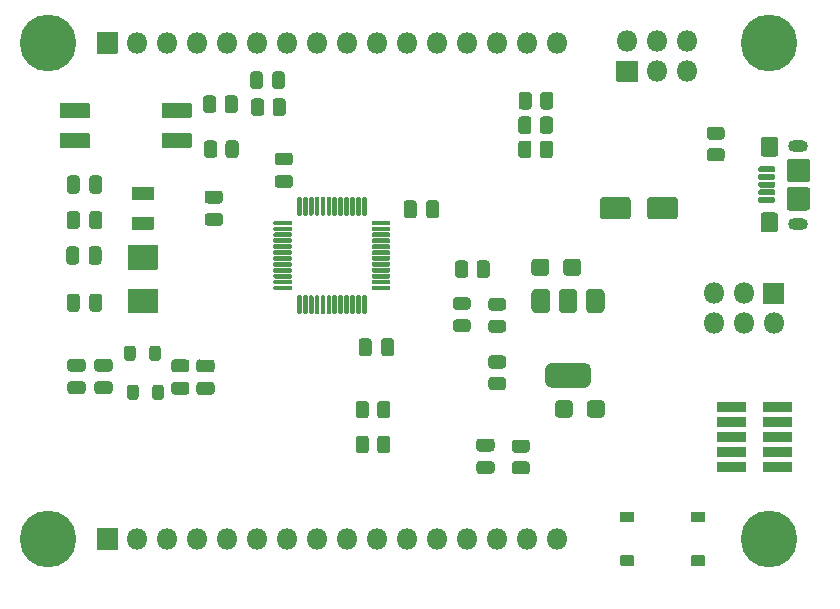
<source format=gbr>
G04 #@! TF.GenerationSoftware,KiCad,Pcbnew,8.0.3+1*
G04 #@! TF.CreationDate,2024-08-19T09:37:56+00:00*
G04 #@! TF.ProjectId,STM32103_Devel,53544d33-3231-4303-935f-446576656c2e,0.0.3*
G04 #@! TF.SameCoordinates,Original*
G04 #@! TF.FileFunction,Soldermask,Top*
G04 #@! TF.FilePolarity,Negative*
%FSLAX46Y46*%
G04 Gerber Fmt 4.6, Leading zero omitted, Abs format (unit mm)*
G04 Created by KiCad (PCBNEW 8.0.3+1) date 2024-08-19 09:37:56*
%MOMM*%
%LPD*%
G01*
G04 APERTURE LIST*
%ADD10C,4.800000*%
%ADD11O,1.700000X1.000000*%
%ADD12O,1.800000X1.800000*%
G04 APERTURE END LIST*
D10*
X165000000Y-116000000D03*
X165000000Y-74000000D03*
X104000000Y-74000000D03*
X104000000Y-116000000D03*
G36*
G01*
X110800000Y-91100000D02*
X113200000Y-91100000D01*
G75*
G02*
X113250000Y-91150000I0J-50000D01*
G01*
X113250000Y-93150000D01*
G75*
G02*
X113200000Y-93200000I-50000J0D01*
G01*
X110800000Y-93200000D01*
G75*
G02*
X110750000Y-93150000I0J50000D01*
G01*
X110750000Y-91150000D01*
G75*
G02*
X110800000Y-91100000I50000J0D01*
G01*
G37*
G36*
G01*
X110800000Y-94800000D02*
X113200000Y-94800000D01*
G75*
G02*
X113250000Y-94850000I0J-50000D01*
G01*
X113250000Y-96850000D01*
G75*
G02*
X113200000Y-96900000I-50000J0D01*
G01*
X110800000Y-96900000D01*
G75*
G02*
X110750000Y-96850000I0J50000D01*
G01*
X110750000Y-94850000D01*
G75*
G02*
X110800000Y-94800000I50000J0D01*
G01*
G37*
G36*
G01*
X121157000Y-79921610D02*
X121157000Y-78970390D01*
G75*
G02*
X121431390Y-78696000I274390J0D01*
G01*
X122007610Y-78696000D01*
G75*
G02*
X122282000Y-78970390I0J-274390D01*
G01*
X122282000Y-79921610D01*
G75*
G02*
X122007610Y-80196000I-274390J0D01*
G01*
X121431390Y-80196000D01*
G75*
G02*
X121157000Y-79921610I0J274390D01*
G01*
G37*
G36*
G01*
X122982000Y-79921610D02*
X122982000Y-78970390D01*
G75*
G02*
X123256390Y-78696000I274390J0D01*
G01*
X123832610Y-78696000D01*
G75*
G02*
X124107000Y-78970390I0J-274390D01*
G01*
X124107000Y-79921610D01*
G75*
G02*
X123832610Y-80196000I-274390J0D01*
G01*
X123256390Y-80196000D01*
G75*
G02*
X122982000Y-79921610I0J274390D01*
G01*
G37*
G36*
G01*
X111100000Y-88700000D02*
X112900000Y-88700000D01*
G75*
G02*
X112950000Y-88750000I0J-50000D01*
G01*
X112950000Y-89750000D01*
G75*
G02*
X112900000Y-89800000I-50000J0D01*
G01*
X111100000Y-89800000D01*
G75*
G02*
X111050000Y-89750000I0J50000D01*
G01*
X111050000Y-88750000D01*
G75*
G02*
X111100000Y-88700000I50000J0D01*
G01*
G37*
G36*
G01*
X111100000Y-86200000D02*
X112900000Y-86200000D01*
G75*
G02*
X112950000Y-86250000I0J-50000D01*
G01*
X112950000Y-87250000D01*
G75*
G02*
X112900000Y-87300000I-50000J0D01*
G01*
X111100000Y-87300000D01*
G75*
G02*
X111050000Y-87250000I0J50000D01*
G01*
X111050000Y-86250000D01*
G75*
G02*
X111100000Y-86200000I50000J0D01*
G01*
G37*
G36*
G01*
X146900000Y-105456482D02*
X146900000Y-104543518D01*
G75*
G02*
X147168518Y-104275000I268518J0D01*
G01*
X148131482Y-104275000D01*
G75*
G02*
X148400000Y-104543518I0J-268518D01*
G01*
X148400000Y-105456482D01*
G75*
G02*
X148131482Y-105725000I-268518J0D01*
G01*
X147168518Y-105725000D01*
G75*
G02*
X146900000Y-105456482I0J268518D01*
G01*
G37*
G36*
G01*
X149600000Y-105456482D02*
X149600000Y-104543518D01*
G75*
G02*
X149868518Y-104275000I268518J0D01*
G01*
X150831482Y-104275000D01*
G75*
G02*
X151100000Y-104543518I0J-268518D01*
G01*
X151100000Y-105456482D01*
G75*
G02*
X150831482Y-105725000I-268518J0D01*
G01*
X149868518Y-105725000D01*
G75*
G02*
X149600000Y-105456482I0J268518D01*
G01*
G37*
G36*
G01*
X115674000Y-103800500D02*
X114674000Y-103800500D01*
G75*
G02*
X114399000Y-103525500I0J275000D01*
G01*
X114399000Y-102975500D01*
G75*
G02*
X114674000Y-102700500I275000J0D01*
G01*
X115674000Y-102700500D01*
G75*
G02*
X115949000Y-102975500I0J-275000D01*
G01*
X115949000Y-103525500D01*
G75*
G02*
X115674000Y-103800500I-275000J0D01*
G01*
G37*
G36*
G01*
X115674000Y-101900500D02*
X114674000Y-101900500D01*
G75*
G02*
X114399000Y-101625500I0J275000D01*
G01*
X114399000Y-101075500D01*
G75*
G02*
X114674000Y-100800500I275000J0D01*
G01*
X115674000Y-100800500D01*
G75*
G02*
X115949000Y-101075500I0J-275000D01*
G01*
X115949000Y-101625500D01*
G75*
G02*
X115674000Y-101900500I-275000J0D01*
G01*
G37*
G36*
G01*
X108562500Y-85500000D02*
X108562500Y-86500000D01*
G75*
G02*
X108287500Y-86775000I-275000J0D01*
G01*
X107737500Y-86775000D01*
G75*
G02*
X107462500Y-86500000I0J275000D01*
G01*
X107462500Y-85500000D01*
G75*
G02*
X107737500Y-85225000I275000J0D01*
G01*
X108287500Y-85225000D01*
G75*
G02*
X108562500Y-85500000I0J-275000D01*
G01*
G37*
G36*
G01*
X106662500Y-85500000D02*
X106662500Y-86500000D01*
G75*
G02*
X106387500Y-86775000I-275000J0D01*
G01*
X105837500Y-86775000D01*
G75*
G02*
X105562500Y-86500000I0J275000D01*
G01*
X105562500Y-85500000D01*
G75*
G02*
X105837500Y-85225000I275000J0D01*
G01*
X106387500Y-85225000D01*
G75*
G02*
X106662500Y-85500000I0J-275000D01*
G01*
G37*
G36*
G01*
X117500000Y-86500000D02*
X118500000Y-86500000D01*
G75*
G02*
X118775000Y-86775000I0J-275000D01*
G01*
X118775000Y-87325000D01*
G75*
G02*
X118500000Y-87600000I-275000J0D01*
G01*
X117500000Y-87600000D01*
G75*
G02*
X117225000Y-87325000I0J275000D01*
G01*
X117225000Y-86775000D01*
G75*
G02*
X117500000Y-86500000I275000J0D01*
G01*
G37*
G36*
G01*
X117500000Y-88400000D02*
X118500000Y-88400000D01*
G75*
G02*
X118775000Y-88675000I0J-275000D01*
G01*
X118775000Y-89225000D01*
G75*
G02*
X118500000Y-89500000I-275000J0D01*
G01*
X117500000Y-89500000D01*
G75*
G02*
X117225000Y-89225000I0J275000D01*
G01*
X117225000Y-88675000D01*
G75*
G02*
X117500000Y-88400000I275000J0D01*
G01*
G37*
G36*
G01*
X141379000Y-92686390D02*
X141379000Y-93637610D01*
G75*
G02*
X141104610Y-93912000I-274390J0D01*
G01*
X140528390Y-93912000D01*
G75*
G02*
X140254000Y-93637610I0J274390D01*
G01*
X140254000Y-92686390D01*
G75*
G02*
X140528390Y-92412000I274390J0D01*
G01*
X141104610Y-92412000D01*
G75*
G02*
X141379000Y-92686390I0J-274390D01*
G01*
G37*
G36*
G01*
X139554000Y-92686390D02*
X139554000Y-93637610D01*
G75*
G02*
X139279610Y-93912000I-274390J0D01*
G01*
X138703390Y-93912000D01*
G75*
G02*
X138429000Y-93637610I0J274390D01*
G01*
X138429000Y-92686390D01*
G75*
G02*
X138703390Y-92412000I274390J0D01*
G01*
X139279610Y-92412000D01*
G75*
G02*
X139554000Y-92686390I0J-274390D01*
G01*
G37*
G36*
G01*
X133276000Y-99266000D02*
X133276000Y-100266000D01*
G75*
G02*
X133001000Y-100541000I-275000J0D01*
G01*
X132451000Y-100541000D01*
G75*
G02*
X132176000Y-100266000I0J275000D01*
G01*
X132176000Y-99266000D01*
G75*
G02*
X132451000Y-98991000I275000J0D01*
G01*
X133001000Y-98991000D01*
G75*
G02*
X133276000Y-99266000I0J-275000D01*
G01*
G37*
G36*
G01*
X131376000Y-99266000D02*
X131376000Y-100266000D01*
G75*
G02*
X131101000Y-100541000I-275000J0D01*
G01*
X130551000Y-100541000D01*
G75*
G02*
X130276000Y-100266000I0J275000D01*
G01*
X130276000Y-99266000D01*
G75*
G02*
X130551000Y-98991000I275000J0D01*
G01*
X131101000Y-98991000D01*
G75*
G02*
X131376000Y-99266000I0J-275000D01*
G01*
G37*
G36*
G01*
X106876000Y-103738000D02*
X105876000Y-103738000D01*
G75*
G02*
X105601000Y-103463000I0J275000D01*
G01*
X105601000Y-102913000D01*
G75*
G02*
X105876000Y-102638000I275000J0D01*
G01*
X106876000Y-102638000D01*
G75*
G02*
X107151000Y-102913000I0J-275000D01*
G01*
X107151000Y-103463000D01*
G75*
G02*
X106876000Y-103738000I-275000J0D01*
G01*
G37*
G36*
G01*
X106876000Y-101838000D02*
X105876000Y-101838000D01*
G75*
G02*
X105601000Y-101563000I0J275000D01*
G01*
X105601000Y-101013000D01*
G75*
G02*
X105876000Y-100738000I275000J0D01*
G01*
X106876000Y-100738000D01*
G75*
G02*
X107151000Y-101013000I0J-275000D01*
G01*
X107151000Y-101563000D01*
G75*
G02*
X106876000Y-101838000I-275000J0D01*
G01*
G37*
G36*
G01*
X160975610Y-84037500D02*
X160024390Y-84037500D01*
G75*
G02*
X159750000Y-83763110I0J274390D01*
G01*
X159750000Y-83186890D01*
G75*
G02*
X160024390Y-82912500I274390J0D01*
G01*
X160975610Y-82912500D01*
G75*
G02*
X161250000Y-83186890I0J-274390D01*
G01*
X161250000Y-83763110D01*
G75*
G02*
X160975610Y-84037500I-274390J0D01*
G01*
G37*
G36*
G01*
X160975610Y-82212500D02*
X160024390Y-82212500D01*
G75*
G02*
X159750000Y-81938110I0J274390D01*
G01*
X159750000Y-81361890D01*
G75*
G02*
X160024390Y-81087500I274390J0D01*
G01*
X160975610Y-81087500D01*
G75*
G02*
X161250000Y-81361890I0J-274390D01*
G01*
X161250000Y-81938110D01*
G75*
G02*
X160975610Y-82212500I-274390J0D01*
G01*
G37*
G36*
G01*
X143524390Y-107587500D02*
X144475610Y-107587500D01*
G75*
G02*
X144750000Y-107861890I0J-274390D01*
G01*
X144750000Y-108438110D01*
G75*
G02*
X144475610Y-108712500I-274390J0D01*
G01*
X143524390Y-108712500D01*
G75*
G02*
X143250000Y-108438110I0J274390D01*
G01*
X143250000Y-107861890D01*
G75*
G02*
X143524390Y-107587500I274390J0D01*
G01*
G37*
G36*
G01*
X143524390Y-109412500D02*
X144475610Y-109412500D01*
G75*
G02*
X144750000Y-109686890I0J-274390D01*
G01*
X144750000Y-110263110D01*
G75*
G02*
X144475610Y-110537500I-274390J0D01*
G01*
X143524390Y-110537500D01*
G75*
G02*
X143250000Y-110263110I0J274390D01*
G01*
X143250000Y-109686890D01*
G75*
G02*
X143524390Y-109412500I274390J0D01*
G01*
G37*
G36*
G01*
X141518750Y-95587500D02*
X142481250Y-95587500D01*
G75*
G02*
X142750000Y-95856250I0J-268750D01*
G01*
X142750000Y-96393750D01*
G75*
G02*
X142481250Y-96662500I-268750J0D01*
G01*
X141518750Y-96662500D01*
G75*
G02*
X141250000Y-96393750I0J268750D01*
G01*
X141250000Y-95856250D01*
G75*
G02*
X141518750Y-95587500I268750J0D01*
G01*
G37*
G36*
G01*
X141518750Y-97462500D02*
X142481250Y-97462500D01*
G75*
G02*
X142750000Y-97731250I0J-268750D01*
G01*
X142750000Y-98268750D01*
G75*
G02*
X142481250Y-98537500I-268750J0D01*
G01*
X141518750Y-98537500D01*
G75*
G02*
X141250000Y-98268750I0J268750D01*
G01*
X141250000Y-97731250D01*
G75*
G02*
X141518750Y-97462500I268750J0D01*
G01*
G37*
G36*
G01*
X142475610Y-103412500D02*
X141524390Y-103412500D01*
G75*
G02*
X141250000Y-103138110I0J274390D01*
G01*
X141250000Y-102561890D01*
G75*
G02*
X141524390Y-102287500I274390J0D01*
G01*
X142475610Y-102287500D01*
G75*
G02*
X142750000Y-102561890I0J-274390D01*
G01*
X142750000Y-103138110D01*
G75*
G02*
X142475610Y-103412500I-274390J0D01*
G01*
G37*
G36*
G01*
X142475610Y-101587500D02*
X141524390Y-101587500D01*
G75*
G02*
X141250000Y-101313110I0J274390D01*
G01*
X141250000Y-100736890D01*
G75*
G02*
X141524390Y-100462500I274390J0D01*
G01*
X142475610Y-100462500D01*
G75*
G02*
X142750000Y-100736890I0J-274390D01*
G01*
X142750000Y-101313110D01*
G75*
G02*
X142475610Y-101587500I-274390J0D01*
G01*
G37*
G36*
G01*
X120043000Y-78716390D02*
X120043000Y-79667610D01*
G75*
G02*
X119768610Y-79942000I-274390J0D01*
G01*
X119192390Y-79942000D01*
G75*
G02*
X118918000Y-79667610I0J274390D01*
G01*
X118918000Y-78716390D01*
G75*
G02*
X119192390Y-78442000I274390J0D01*
G01*
X119768610Y-78442000D01*
G75*
G02*
X120043000Y-78716390I0J-274390D01*
G01*
G37*
G36*
G01*
X118218000Y-78716390D02*
X118218000Y-79667610D01*
G75*
G02*
X117943610Y-79942000I-274390J0D01*
G01*
X117367390Y-79942000D01*
G75*
G02*
X117093000Y-79667610I0J274390D01*
G01*
X117093000Y-78716390D01*
G75*
G02*
X117367390Y-78442000I274390J0D01*
G01*
X117943610Y-78442000D01*
G75*
G02*
X118218000Y-78716390I0J-274390D01*
G01*
G37*
G36*
G01*
X149900000Y-94800000D02*
X150700000Y-94800000D01*
G75*
G02*
X151100000Y-95200000I0J-400000D01*
G01*
X151100000Y-96500000D01*
G75*
G02*
X150700000Y-96900000I-400000J0D01*
G01*
X149900000Y-96900000D01*
G75*
G02*
X149500000Y-96500000I0J400000D01*
G01*
X149500000Y-95200000D01*
G75*
G02*
X149900000Y-94800000I400000J0D01*
G01*
G37*
G36*
G01*
X147600000Y-94800000D02*
X148400000Y-94800000D01*
G75*
G02*
X148800000Y-95200000I0J-400000D01*
G01*
X148800000Y-96500000D01*
G75*
G02*
X148400000Y-96900000I-400000J0D01*
G01*
X147600000Y-96900000D01*
G75*
G02*
X147200000Y-96500000I0J400000D01*
G01*
X147200000Y-95200000D01*
G75*
G02*
X147600000Y-94800000I400000J0D01*
G01*
G37*
G36*
G01*
X146575000Y-101100000D02*
X149425000Y-101100000D01*
G75*
G02*
X149950000Y-101625000I0J-525000D01*
G01*
X149950000Y-102675000D01*
G75*
G02*
X149425000Y-103200000I-525000J0D01*
G01*
X146575000Y-103200000D01*
G75*
G02*
X146050000Y-102675000I0J525000D01*
G01*
X146050000Y-101625000D01*
G75*
G02*
X146575000Y-101100000I525000J0D01*
G01*
G37*
G36*
G01*
X145300000Y-94800000D02*
X146100000Y-94800000D01*
G75*
G02*
X146500000Y-95200000I0J-400000D01*
G01*
X146500000Y-96500000D01*
G75*
G02*
X146100000Y-96900000I-400000J0D01*
G01*
X145300000Y-96900000D01*
G75*
G02*
X144900000Y-96500000I0J400000D01*
G01*
X144900000Y-95200000D01*
G75*
G02*
X145300000Y-94800000I400000J0D01*
G01*
G37*
G36*
G01*
X152398000Y-114500000D02*
X152398000Y-113800000D01*
G75*
G02*
X152500000Y-113698000I102000J0D01*
G01*
X153500000Y-113698000D01*
G75*
G02*
X153602000Y-113800000I0J-102000D01*
G01*
X153602000Y-114500000D01*
G75*
G02*
X153500000Y-114602000I-102000J0D01*
G01*
X152500000Y-114602000D01*
G75*
G02*
X152398000Y-114500000I0J102000D01*
G01*
G37*
G36*
G01*
X158398000Y-114500000D02*
X158398000Y-113800000D01*
G75*
G02*
X158500000Y-113698000I102000J0D01*
G01*
X159500000Y-113698000D01*
G75*
G02*
X159602000Y-113800000I0J-102000D01*
G01*
X159602000Y-114500000D01*
G75*
G02*
X159500000Y-114602000I-102000J0D01*
G01*
X158500000Y-114602000D01*
G75*
G02*
X158398000Y-114500000I0J102000D01*
G01*
G37*
G36*
G01*
X152398000Y-118200000D02*
X152398000Y-117500000D01*
G75*
G02*
X152500000Y-117398000I102000J0D01*
G01*
X153500000Y-117398000D01*
G75*
G02*
X153602000Y-117500000I0J-102000D01*
G01*
X153602000Y-118200000D01*
G75*
G02*
X153500000Y-118302000I-102000J0D01*
G01*
X152500000Y-118302000D01*
G75*
G02*
X152398000Y-118200000I0J102000D01*
G01*
G37*
G36*
G01*
X158398000Y-118200000D02*
X158398000Y-117500000D01*
G75*
G02*
X158500000Y-117398000I102000J0D01*
G01*
X159500000Y-117398000D01*
G75*
G02*
X159602000Y-117500000I0J-102000D01*
G01*
X159602000Y-118200000D01*
G75*
G02*
X159500000Y-118302000I-102000J0D01*
G01*
X158500000Y-118302000D01*
G75*
G02*
X158398000Y-118200000I0J102000D01*
G01*
G37*
G36*
G01*
X120121500Y-82526390D02*
X120121500Y-83477610D01*
G75*
G02*
X119847110Y-83752000I-274390J0D01*
G01*
X119270890Y-83752000D01*
G75*
G02*
X118996500Y-83477610I0J274390D01*
G01*
X118996500Y-82526390D01*
G75*
G02*
X119270890Y-82252000I274390J0D01*
G01*
X119847110Y-82252000D01*
G75*
G02*
X120121500Y-82526390I0J-274390D01*
G01*
G37*
G36*
G01*
X118296500Y-82526390D02*
X118296500Y-83477610D01*
G75*
G02*
X118022110Y-83752000I-274390J0D01*
G01*
X117445890Y-83752000D01*
G75*
G02*
X117171500Y-83477610I0J274390D01*
G01*
X117171500Y-82526390D01*
G75*
G02*
X117445890Y-82252000I274390J0D01*
G01*
X118022110Y-82252000D01*
G75*
G02*
X118296500Y-82526390I0J-274390D01*
G01*
G37*
G36*
G01*
X108562500Y-95500000D02*
X108562500Y-96500000D01*
G75*
G02*
X108287500Y-96775000I-275000J0D01*
G01*
X107737500Y-96775000D01*
G75*
G02*
X107462500Y-96500000I0J275000D01*
G01*
X107462500Y-95500000D01*
G75*
G02*
X107737500Y-95225000I275000J0D01*
G01*
X108287500Y-95225000D01*
G75*
G02*
X108562500Y-95500000I0J-275000D01*
G01*
G37*
G36*
G01*
X106662500Y-95500000D02*
X106662500Y-96500000D01*
G75*
G02*
X106387500Y-96775000I-275000J0D01*
G01*
X105837500Y-96775000D01*
G75*
G02*
X105562500Y-96500000I0J275000D01*
G01*
X105562500Y-95500000D01*
G75*
G02*
X105837500Y-95225000I275000J0D01*
G01*
X106387500Y-95225000D01*
G75*
G02*
X106662500Y-95500000I0J-275000D01*
G01*
G37*
G36*
G01*
X121078500Y-77641250D02*
X121078500Y-76678750D01*
G75*
G02*
X121347250Y-76410000I268750J0D01*
G01*
X121884750Y-76410000D01*
G75*
G02*
X122153500Y-76678750I0J-268750D01*
G01*
X122153500Y-77641250D01*
G75*
G02*
X121884750Y-77910000I-268750J0D01*
G01*
X121347250Y-77910000D01*
G75*
G02*
X121078500Y-77641250I0J268750D01*
G01*
G37*
G36*
G01*
X122953500Y-77641250D02*
X122953500Y-76678750D01*
G75*
G02*
X123222250Y-76410000I268750J0D01*
G01*
X123759750Y-76410000D01*
G75*
G02*
X124028500Y-76678750I0J-268750D01*
G01*
X124028500Y-77641250D01*
G75*
G02*
X123759750Y-77910000I-268750J0D01*
G01*
X123222250Y-77910000D01*
G75*
G02*
X122953500Y-77641250I0J268750D01*
G01*
G37*
G36*
G01*
X143779000Y-81445610D02*
X143779000Y-80494390D01*
G75*
G02*
X144053390Y-80220000I274390J0D01*
G01*
X144629610Y-80220000D01*
G75*
G02*
X144904000Y-80494390I0J-274390D01*
G01*
X144904000Y-81445610D01*
G75*
G02*
X144629610Y-81720000I-274390J0D01*
G01*
X144053390Y-81720000D01*
G75*
G02*
X143779000Y-81445610I0J274390D01*
G01*
G37*
G36*
G01*
X145604000Y-81445610D02*
X145604000Y-80494390D01*
G75*
G02*
X145878390Y-80220000I274390J0D01*
G01*
X146454610Y-80220000D01*
G75*
G02*
X146729000Y-80494390I0J-274390D01*
G01*
X146729000Y-81445610D01*
G75*
G02*
X146454610Y-81720000I-274390J0D01*
G01*
X145878390Y-81720000D01*
G75*
G02*
X145604000Y-81445610I0J274390D01*
G01*
G37*
G36*
G01*
X139481250Y-98475000D02*
X138518750Y-98475000D01*
G75*
G02*
X138250000Y-98206250I0J268750D01*
G01*
X138250000Y-97668750D01*
G75*
G02*
X138518750Y-97400000I268750J0D01*
G01*
X139481250Y-97400000D01*
G75*
G02*
X139750000Y-97668750I0J-268750D01*
G01*
X139750000Y-98206250D01*
G75*
G02*
X139481250Y-98475000I-268750J0D01*
G01*
G37*
G36*
G01*
X139481250Y-96600000D02*
X138518750Y-96600000D01*
G75*
G02*
X138250000Y-96331250I0J268750D01*
G01*
X138250000Y-95793750D01*
G75*
G02*
X138518750Y-95525000I268750J0D01*
G01*
X139481250Y-95525000D01*
G75*
G02*
X139750000Y-95793750I0J-268750D01*
G01*
X139750000Y-96331250D01*
G75*
G02*
X139481250Y-96600000I-268750J0D01*
G01*
G37*
G36*
G01*
X109162000Y-103738000D02*
X108162000Y-103738000D01*
G75*
G02*
X107887000Y-103463000I0J275000D01*
G01*
X107887000Y-102913000D01*
G75*
G02*
X108162000Y-102638000I275000J0D01*
G01*
X109162000Y-102638000D01*
G75*
G02*
X109437000Y-102913000I0J-275000D01*
G01*
X109437000Y-103463000D01*
G75*
G02*
X109162000Y-103738000I-275000J0D01*
G01*
G37*
G36*
G01*
X109162000Y-101838000D02*
X108162000Y-101838000D01*
G75*
G02*
X107887000Y-101563000I0J275000D01*
G01*
X107887000Y-101013000D01*
G75*
G02*
X108162000Y-100738000I275000J0D01*
G01*
X109162000Y-100738000D01*
G75*
G02*
X109437000Y-101013000I0J-275000D01*
G01*
X109437000Y-101563000D01*
G75*
G02*
X109162000Y-101838000I-275000J0D01*
G01*
G37*
G36*
G01*
X123050000Y-89350000D02*
X123050000Y-89150000D01*
G75*
G02*
X123150000Y-89050000I100000J0D01*
G01*
X124525000Y-89050000D01*
G75*
G02*
X124625000Y-89150000I0J-100000D01*
G01*
X124625000Y-89350000D01*
G75*
G02*
X124525000Y-89450000I-100000J0D01*
G01*
X123150000Y-89450000D01*
G75*
G02*
X123050000Y-89350000I0J100000D01*
G01*
G37*
G36*
G01*
X123050000Y-89850000D02*
X123050000Y-89650000D01*
G75*
G02*
X123150000Y-89550000I100000J0D01*
G01*
X124525000Y-89550000D01*
G75*
G02*
X124625000Y-89650000I0J-100000D01*
G01*
X124625000Y-89850000D01*
G75*
G02*
X124525000Y-89950000I-100000J0D01*
G01*
X123150000Y-89950000D01*
G75*
G02*
X123050000Y-89850000I0J100000D01*
G01*
G37*
G36*
G01*
X123050000Y-90350000D02*
X123050000Y-90150000D01*
G75*
G02*
X123150000Y-90050000I100000J0D01*
G01*
X124525000Y-90050000D01*
G75*
G02*
X124625000Y-90150000I0J-100000D01*
G01*
X124625000Y-90350000D01*
G75*
G02*
X124525000Y-90450000I-100000J0D01*
G01*
X123150000Y-90450000D01*
G75*
G02*
X123050000Y-90350000I0J100000D01*
G01*
G37*
G36*
G01*
X123050000Y-90850000D02*
X123050000Y-90650000D01*
G75*
G02*
X123150000Y-90550000I100000J0D01*
G01*
X124525000Y-90550000D01*
G75*
G02*
X124625000Y-90650000I0J-100000D01*
G01*
X124625000Y-90850000D01*
G75*
G02*
X124525000Y-90950000I-100000J0D01*
G01*
X123150000Y-90950000D01*
G75*
G02*
X123050000Y-90850000I0J100000D01*
G01*
G37*
G36*
G01*
X123050000Y-91350000D02*
X123050000Y-91150000D01*
G75*
G02*
X123150000Y-91050000I100000J0D01*
G01*
X124525000Y-91050000D01*
G75*
G02*
X124625000Y-91150000I0J-100000D01*
G01*
X124625000Y-91350000D01*
G75*
G02*
X124525000Y-91450000I-100000J0D01*
G01*
X123150000Y-91450000D01*
G75*
G02*
X123050000Y-91350000I0J100000D01*
G01*
G37*
G36*
G01*
X123050000Y-91850000D02*
X123050000Y-91650000D01*
G75*
G02*
X123150000Y-91550000I100000J0D01*
G01*
X124525000Y-91550000D01*
G75*
G02*
X124625000Y-91650000I0J-100000D01*
G01*
X124625000Y-91850000D01*
G75*
G02*
X124525000Y-91950000I-100000J0D01*
G01*
X123150000Y-91950000D01*
G75*
G02*
X123050000Y-91850000I0J100000D01*
G01*
G37*
G36*
G01*
X123050000Y-92350000D02*
X123050000Y-92150000D01*
G75*
G02*
X123150000Y-92050000I100000J0D01*
G01*
X124525000Y-92050000D01*
G75*
G02*
X124625000Y-92150000I0J-100000D01*
G01*
X124625000Y-92350000D01*
G75*
G02*
X124525000Y-92450000I-100000J0D01*
G01*
X123150000Y-92450000D01*
G75*
G02*
X123050000Y-92350000I0J100000D01*
G01*
G37*
G36*
G01*
X123050000Y-92850000D02*
X123050000Y-92650000D01*
G75*
G02*
X123150000Y-92550000I100000J0D01*
G01*
X124525000Y-92550000D01*
G75*
G02*
X124625000Y-92650000I0J-100000D01*
G01*
X124625000Y-92850000D01*
G75*
G02*
X124525000Y-92950000I-100000J0D01*
G01*
X123150000Y-92950000D01*
G75*
G02*
X123050000Y-92850000I0J100000D01*
G01*
G37*
G36*
G01*
X123050000Y-93350000D02*
X123050000Y-93150000D01*
G75*
G02*
X123150000Y-93050000I100000J0D01*
G01*
X124525000Y-93050000D01*
G75*
G02*
X124625000Y-93150000I0J-100000D01*
G01*
X124625000Y-93350000D01*
G75*
G02*
X124525000Y-93450000I-100000J0D01*
G01*
X123150000Y-93450000D01*
G75*
G02*
X123050000Y-93350000I0J100000D01*
G01*
G37*
G36*
G01*
X123050000Y-93850000D02*
X123050000Y-93650000D01*
G75*
G02*
X123150000Y-93550000I100000J0D01*
G01*
X124525000Y-93550000D01*
G75*
G02*
X124625000Y-93650000I0J-100000D01*
G01*
X124625000Y-93850000D01*
G75*
G02*
X124525000Y-93950000I-100000J0D01*
G01*
X123150000Y-93950000D01*
G75*
G02*
X123050000Y-93850000I0J100000D01*
G01*
G37*
G36*
G01*
X123050000Y-94350000D02*
X123050000Y-94150000D01*
G75*
G02*
X123150000Y-94050000I100000J0D01*
G01*
X124525000Y-94050000D01*
G75*
G02*
X124625000Y-94150000I0J-100000D01*
G01*
X124625000Y-94350000D01*
G75*
G02*
X124525000Y-94450000I-100000J0D01*
G01*
X123150000Y-94450000D01*
G75*
G02*
X123050000Y-94350000I0J100000D01*
G01*
G37*
G36*
G01*
X123050000Y-94850000D02*
X123050000Y-94650000D01*
G75*
G02*
X123150000Y-94550000I100000J0D01*
G01*
X124525000Y-94550000D01*
G75*
G02*
X124625000Y-94650000I0J-100000D01*
G01*
X124625000Y-94850000D01*
G75*
G02*
X124525000Y-94950000I-100000J0D01*
G01*
X123150000Y-94950000D01*
G75*
G02*
X123050000Y-94850000I0J100000D01*
G01*
G37*
G36*
G01*
X125050000Y-96850000D02*
X125050000Y-95475000D01*
G75*
G02*
X125150000Y-95375000I100000J0D01*
G01*
X125350000Y-95375000D01*
G75*
G02*
X125450000Y-95475000I0J-100000D01*
G01*
X125450000Y-96850000D01*
G75*
G02*
X125350000Y-96950000I-100000J0D01*
G01*
X125150000Y-96950000D01*
G75*
G02*
X125050000Y-96850000I0J100000D01*
G01*
G37*
G36*
G01*
X125550000Y-96850000D02*
X125550000Y-95475000D01*
G75*
G02*
X125650000Y-95375000I100000J0D01*
G01*
X125850000Y-95375000D01*
G75*
G02*
X125950000Y-95475000I0J-100000D01*
G01*
X125950000Y-96850000D01*
G75*
G02*
X125850000Y-96950000I-100000J0D01*
G01*
X125650000Y-96950000D01*
G75*
G02*
X125550000Y-96850000I0J100000D01*
G01*
G37*
G36*
G01*
X126050000Y-96850000D02*
X126050000Y-95475000D01*
G75*
G02*
X126150000Y-95375000I100000J0D01*
G01*
X126350000Y-95375000D01*
G75*
G02*
X126450000Y-95475000I0J-100000D01*
G01*
X126450000Y-96850000D01*
G75*
G02*
X126350000Y-96950000I-100000J0D01*
G01*
X126150000Y-96950000D01*
G75*
G02*
X126050000Y-96850000I0J100000D01*
G01*
G37*
G36*
G01*
X126550000Y-96850000D02*
X126550000Y-95475000D01*
G75*
G02*
X126650000Y-95375000I100000J0D01*
G01*
X126850000Y-95375000D01*
G75*
G02*
X126950000Y-95475000I0J-100000D01*
G01*
X126950000Y-96850000D01*
G75*
G02*
X126850000Y-96950000I-100000J0D01*
G01*
X126650000Y-96950000D01*
G75*
G02*
X126550000Y-96850000I0J100000D01*
G01*
G37*
G36*
G01*
X127050000Y-96850000D02*
X127050000Y-95475000D01*
G75*
G02*
X127150000Y-95375000I100000J0D01*
G01*
X127350000Y-95375000D01*
G75*
G02*
X127450000Y-95475000I0J-100000D01*
G01*
X127450000Y-96850000D01*
G75*
G02*
X127350000Y-96950000I-100000J0D01*
G01*
X127150000Y-96950000D01*
G75*
G02*
X127050000Y-96850000I0J100000D01*
G01*
G37*
G36*
G01*
X127550000Y-96850000D02*
X127550000Y-95475000D01*
G75*
G02*
X127650000Y-95375000I100000J0D01*
G01*
X127850000Y-95375000D01*
G75*
G02*
X127950000Y-95475000I0J-100000D01*
G01*
X127950000Y-96850000D01*
G75*
G02*
X127850000Y-96950000I-100000J0D01*
G01*
X127650000Y-96950000D01*
G75*
G02*
X127550000Y-96850000I0J100000D01*
G01*
G37*
G36*
G01*
X128050000Y-96850000D02*
X128050000Y-95475000D01*
G75*
G02*
X128150000Y-95375000I100000J0D01*
G01*
X128350000Y-95375000D01*
G75*
G02*
X128450000Y-95475000I0J-100000D01*
G01*
X128450000Y-96850000D01*
G75*
G02*
X128350000Y-96950000I-100000J0D01*
G01*
X128150000Y-96950000D01*
G75*
G02*
X128050000Y-96850000I0J100000D01*
G01*
G37*
G36*
G01*
X128550000Y-96850000D02*
X128550000Y-95475000D01*
G75*
G02*
X128650000Y-95375000I100000J0D01*
G01*
X128850000Y-95375000D01*
G75*
G02*
X128950000Y-95475000I0J-100000D01*
G01*
X128950000Y-96850000D01*
G75*
G02*
X128850000Y-96950000I-100000J0D01*
G01*
X128650000Y-96950000D01*
G75*
G02*
X128550000Y-96850000I0J100000D01*
G01*
G37*
G36*
G01*
X129050000Y-96850000D02*
X129050000Y-95475000D01*
G75*
G02*
X129150000Y-95375000I100000J0D01*
G01*
X129350000Y-95375000D01*
G75*
G02*
X129450000Y-95475000I0J-100000D01*
G01*
X129450000Y-96850000D01*
G75*
G02*
X129350000Y-96950000I-100000J0D01*
G01*
X129150000Y-96950000D01*
G75*
G02*
X129050000Y-96850000I0J100000D01*
G01*
G37*
G36*
G01*
X129550000Y-96850000D02*
X129550000Y-95475000D01*
G75*
G02*
X129650000Y-95375000I100000J0D01*
G01*
X129850000Y-95375000D01*
G75*
G02*
X129950000Y-95475000I0J-100000D01*
G01*
X129950000Y-96850000D01*
G75*
G02*
X129850000Y-96950000I-100000J0D01*
G01*
X129650000Y-96950000D01*
G75*
G02*
X129550000Y-96850000I0J100000D01*
G01*
G37*
G36*
G01*
X130050000Y-96850000D02*
X130050000Y-95475000D01*
G75*
G02*
X130150000Y-95375000I100000J0D01*
G01*
X130350000Y-95375000D01*
G75*
G02*
X130450000Y-95475000I0J-100000D01*
G01*
X130450000Y-96850000D01*
G75*
G02*
X130350000Y-96950000I-100000J0D01*
G01*
X130150000Y-96950000D01*
G75*
G02*
X130050000Y-96850000I0J100000D01*
G01*
G37*
G36*
G01*
X130550000Y-96850000D02*
X130550000Y-95475000D01*
G75*
G02*
X130650000Y-95375000I100000J0D01*
G01*
X130850000Y-95375000D01*
G75*
G02*
X130950000Y-95475000I0J-100000D01*
G01*
X130950000Y-96850000D01*
G75*
G02*
X130850000Y-96950000I-100000J0D01*
G01*
X130650000Y-96950000D01*
G75*
G02*
X130550000Y-96850000I0J100000D01*
G01*
G37*
G36*
G01*
X131375000Y-94850000D02*
X131375000Y-94650000D01*
G75*
G02*
X131475000Y-94550000I100000J0D01*
G01*
X132850000Y-94550000D01*
G75*
G02*
X132950000Y-94650000I0J-100000D01*
G01*
X132950000Y-94850000D01*
G75*
G02*
X132850000Y-94950000I-100000J0D01*
G01*
X131475000Y-94950000D01*
G75*
G02*
X131375000Y-94850000I0J100000D01*
G01*
G37*
G36*
G01*
X131375000Y-94350000D02*
X131375000Y-94150000D01*
G75*
G02*
X131475000Y-94050000I100000J0D01*
G01*
X132850000Y-94050000D01*
G75*
G02*
X132950000Y-94150000I0J-100000D01*
G01*
X132950000Y-94350000D01*
G75*
G02*
X132850000Y-94450000I-100000J0D01*
G01*
X131475000Y-94450000D01*
G75*
G02*
X131375000Y-94350000I0J100000D01*
G01*
G37*
G36*
G01*
X131375000Y-93850000D02*
X131375000Y-93650000D01*
G75*
G02*
X131475000Y-93550000I100000J0D01*
G01*
X132850000Y-93550000D01*
G75*
G02*
X132950000Y-93650000I0J-100000D01*
G01*
X132950000Y-93850000D01*
G75*
G02*
X132850000Y-93950000I-100000J0D01*
G01*
X131475000Y-93950000D01*
G75*
G02*
X131375000Y-93850000I0J100000D01*
G01*
G37*
G36*
G01*
X131375000Y-93350000D02*
X131375000Y-93150000D01*
G75*
G02*
X131475000Y-93050000I100000J0D01*
G01*
X132850000Y-93050000D01*
G75*
G02*
X132950000Y-93150000I0J-100000D01*
G01*
X132950000Y-93350000D01*
G75*
G02*
X132850000Y-93450000I-100000J0D01*
G01*
X131475000Y-93450000D01*
G75*
G02*
X131375000Y-93350000I0J100000D01*
G01*
G37*
G36*
G01*
X131375000Y-92850000D02*
X131375000Y-92650000D01*
G75*
G02*
X131475000Y-92550000I100000J0D01*
G01*
X132850000Y-92550000D01*
G75*
G02*
X132950000Y-92650000I0J-100000D01*
G01*
X132950000Y-92850000D01*
G75*
G02*
X132850000Y-92950000I-100000J0D01*
G01*
X131475000Y-92950000D01*
G75*
G02*
X131375000Y-92850000I0J100000D01*
G01*
G37*
G36*
G01*
X131375000Y-92350000D02*
X131375000Y-92150000D01*
G75*
G02*
X131475000Y-92050000I100000J0D01*
G01*
X132850000Y-92050000D01*
G75*
G02*
X132950000Y-92150000I0J-100000D01*
G01*
X132950000Y-92350000D01*
G75*
G02*
X132850000Y-92450000I-100000J0D01*
G01*
X131475000Y-92450000D01*
G75*
G02*
X131375000Y-92350000I0J100000D01*
G01*
G37*
G36*
G01*
X131375000Y-91850000D02*
X131375000Y-91650000D01*
G75*
G02*
X131475000Y-91550000I100000J0D01*
G01*
X132850000Y-91550000D01*
G75*
G02*
X132950000Y-91650000I0J-100000D01*
G01*
X132950000Y-91850000D01*
G75*
G02*
X132850000Y-91950000I-100000J0D01*
G01*
X131475000Y-91950000D01*
G75*
G02*
X131375000Y-91850000I0J100000D01*
G01*
G37*
G36*
G01*
X131375000Y-91350000D02*
X131375000Y-91150000D01*
G75*
G02*
X131475000Y-91050000I100000J0D01*
G01*
X132850000Y-91050000D01*
G75*
G02*
X132950000Y-91150000I0J-100000D01*
G01*
X132950000Y-91350000D01*
G75*
G02*
X132850000Y-91450000I-100000J0D01*
G01*
X131475000Y-91450000D01*
G75*
G02*
X131375000Y-91350000I0J100000D01*
G01*
G37*
G36*
G01*
X131375000Y-90850000D02*
X131375000Y-90650000D01*
G75*
G02*
X131475000Y-90550000I100000J0D01*
G01*
X132850000Y-90550000D01*
G75*
G02*
X132950000Y-90650000I0J-100000D01*
G01*
X132950000Y-90850000D01*
G75*
G02*
X132850000Y-90950000I-100000J0D01*
G01*
X131475000Y-90950000D01*
G75*
G02*
X131375000Y-90850000I0J100000D01*
G01*
G37*
G36*
G01*
X131375000Y-90350000D02*
X131375000Y-90150000D01*
G75*
G02*
X131475000Y-90050000I100000J0D01*
G01*
X132850000Y-90050000D01*
G75*
G02*
X132950000Y-90150000I0J-100000D01*
G01*
X132950000Y-90350000D01*
G75*
G02*
X132850000Y-90450000I-100000J0D01*
G01*
X131475000Y-90450000D01*
G75*
G02*
X131375000Y-90350000I0J100000D01*
G01*
G37*
G36*
G01*
X131375000Y-89850000D02*
X131375000Y-89650000D01*
G75*
G02*
X131475000Y-89550000I100000J0D01*
G01*
X132850000Y-89550000D01*
G75*
G02*
X132950000Y-89650000I0J-100000D01*
G01*
X132950000Y-89850000D01*
G75*
G02*
X132850000Y-89950000I-100000J0D01*
G01*
X131475000Y-89950000D01*
G75*
G02*
X131375000Y-89850000I0J100000D01*
G01*
G37*
G36*
G01*
X131375000Y-89350000D02*
X131375000Y-89150000D01*
G75*
G02*
X131475000Y-89050000I100000J0D01*
G01*
X132850000Y-89050000D01*
G75*
G02*
X132950000Y-89150000I0J-100000D01*
G01*
X132950000Y-89350000D01*
G75*
G02*
X132850000Y-89450000I-100000J0D01*
G01*
X131475000Y-89450000D01*
G75*
G02*
X131375000Y-89350000I0J100000D01*
G01*
G37*
G36*
G01*
X130550000Y-88525000D02*
X130550000Y-87150000D01*
G75*
G02*
X130650000Y-87050000I100000J0D01*
G01*
X130850000Y-87050000D01*
G75*
G02*
X130950000Y-87150000I0J-100000D01*
G01*
X130950000Y-88525000D01*
G75*
G02*
X130850000Y-88625000I-100000J0D01*
G01*
X130650000Y-88625000D01*
G75*
G02*
X130550000Y-88525000I0J100000D01*
G01*
G37*
G36*
G01*
X130050000Y-88525000D02*
X130050000Y-87150000D01*
G75*
G02*
X130150000Y-87050000I100000J0D01*
G01*
X130350000Y-87050000D01*
G75*
G02*
X130450000Y-87150000I0J-100000D01*
G01*
X130450000Y-88525000D01*
G75*
G02*
X130350000Y-88625000I-100000J0D01*
G01*
X130150000Y-88625000D01*
G75*
G02*
X130050000Y-88525000I0J100000D01*
G01*
G37*
G36*
G01*
X129550000Y-88525000D02*
X129550000Y-87150000D01*
G75*
G02*
X129650000Y-87050000I100000J0D01*
G01*
X129850000Y-87050000D01*
G75*
G02*
X129950000Y-87150000I0J-100000D01*
G01*
X129950000Y-88525000D01*
G75*
G02*
X129850000Y-88625000I-100000J0D01*
G01*
X129650000Y-88625000D01*
G75*
G02*
X129550000Y-88525000I0J100000D01*
G01*
G37*
G36*
G01*
X129050000Y-88525000D02*
X129050000Y-87150000D01*
G75*
G02*
X129150000Y-87050000I100000J0D01*
G01*
X129350000Y-87050000D01*
G75*
G02*
X129450000Y-87150000I0J-100000D01*
G01*
X129450000Y-88525000D01*
G75*
G02*
X129350000Y-88625000I-100000J0D01*
G01*
X129150000Y-88625000D01*
G75*
G02*
X129050000Y-88525000I0J100000D01*
G01*
G37*
G36*
G01*
X128550000Y-88525000D02*
X128550000Y-87150000D01*
G75*
G02*
X128650000Y-87050000I100000J0D01*
G01*
X128850000Y-87050000D01*
G75*
G02*
X128950000Y-87150000I0J-100000D01*
G01*
X128950000Y-88525000D01*
G75*
G02*
X128850000Y-88625000I-100000J0D01*
G01*
X128650000Y-88625000D01*
G75*
G02*
X128550000Y-88525000I0J100000D01*
G01*
G37*
G36*
G01*
X128050000Y-88525000D02*
X128050000Y-87150000D01*
G75*
G02*
X128150000Y-87050000I100000J0D01*
G01*
X128350000Y-87050000D01*
G75*
G02*
X128450000Y-87150000I0J-100000D01*
G01*
X128450000Y-88525000D01*
G75*
G02*
X128350000Y-88625000I-100000J0D01*
G01*
X128150000Y-88625000D01*
G75*
G02*
X128050000Y-88525000I0J100000D01*
G01*
G37*
G36*
G01*
X127550000Y-88525000D02*
X127550000Y-87150000D01*
G75*
G02*
X127650000Y-87050000I100000J0D01*
G01*
X127850000Y-87050000D01*
G75*
G02*
X127950000Y-87150000I0J-100000D01*
G01*
X127950000Y-88525000D01*
G75*
G02*
X127850000Y-88625000I-100000J0D01*
G01*
X127650000Y-88625000D01*
G75*
G02*
X127550000Y-88525000I0J100000D01*
G01*
G37*
G36*
G01*
X127050000Y-88525000D02*
X127050000Y-87150000D01*
G75*
G02*
X127150000Y-87050000I100000J0D01*
G01*
X127350000Y-87050000D01*
G75*
G02*
X127450000Y-87150000I0J-100000D01*
G01*
X127450000Y-88525000D01*
G75*
G02*
X127350000Y-88625000I-100000J0D01*
G01*
X127150000Y-88625000D01*
G75*
G02*
X127050000Y-88525000I0J100000D01*
G01*
G37*
G36*
G01*
X126550000Y-88525000D02*
X126550000Y-87150000D01*
G75*
G02*
X126650000Y-87050000I100000J0D01*
G01*
X126850000Y-87050000D01*
G75*
G02*
X126950000Y-87150000I0J-100000D01*
G01*
X126950000Y-88525000D01*
G75*
G02*
X126850000Y-88625000I-100000J0D01*
G01*
X126650000Y-88625000D01*
G75*
G02*
X126550000Y-88525000I0J100000D01*
G01*
G37*
G36*
G01*
X126050000Y-88525000D02*
X126050000Y-87150000D01*
G75*
G02*
X126150000Y-87050000I100000J0D01*
G01*
X126350000Y-87050000D01*
G75*
G02*
X126450000Y-87150000I0J-100000D01*
G01*
X126450000Y-88525000D01*
G75*
G02*
X126350000Y-88625000I-100000J0D01*
G01*
X126150000Y-88625000D01*
G75*
G02*
X126050000Y-88525000I0J100000D01*
G01*
G37*
G36*
G01*
X125550000Y-88525000D02*
X125550000Y-87150000D01*
G75*
G02*
X125650000Y-87050000I100000J0D01*
G01*
X125850000Y-87050000D01*
G75*
G02*
X125950000Y-87150000I0J-100000D01*
G01*
X125950000Y-88525000D01*
G75*
G02*
X125850000Y-88625000I-100000J0D01*
G01*
X125650000Y-88625000D01*
G75*
G02*
X125550000Y-88525000I0J100000D01*
G01*
G37*
G36*
G01*
X125050000Y-88525000D02*
X125050000Y-87150000D01*
G75*
G02*
X125150000Y-87050000I100000J0D01*
G01*
X125350000Y-87050000D01*
G75*
G02*
X125450000Y-87150000I0J-100000D01*
G01*
X125450000Y-88525000D01*
G75*
G02*
X125350000Y-88625000I-100000J0D01*
G01*
X125150000Y-88625000D01*
G75*
G02*
X125050000Y-88525000I0J100000D01*
G01*
G37*
G36*
G01*
X108562500Y-88500000D02*
X108562500Y-89500000D01*
G75*
G02*
X108287500Y-89775000I-275000J0D01*
G01*
X107737500Y-89775000D01*
G75*
G02*
X107462500Y-89500000I0J275000D01*
G01*
X107462500Y-88500000D01*
G75*
G02*
X107737500Y-88225000I275000J0D01*
G01*
X108287500Y-88225000D01*
G75*
G02*
X108562500Y-88500000I0J-275000D01*
G01*
G37*
G36*
G01*
X106662500Y-88500000D02*
X106662500Y-89500000D01*
G75*
G02*
X106387500Y-89775000I-275000J0D01*
G01*
X105837500Y-89775000D01*
G75*
G02*
X105562500Y-89500000I0J275000D01*
G01*
X105562500Y-88500000D01*
G75*
G02*
X105837500Y-88225000I275000J0D01*
G01*
X106387500Y-88225000D01*
G75*
G02*
X106662500Y-88500000I0J-275000D01*
G01*
G37*
G36*
G01*
X113514000Y-99867750D02*
X113514000Y-100680250D01*
G75*
G02*
X113270250Y-100924000I-243750J0D01*
G01*
X112782750Y-100924000D01*
G75*
G02*
X112539000Y-100680250I0J243750D01*
G01*
X112539000Y-99867750D01*
G75*
G02*
X112782750Y-99624000I243750J0D01*
G01*
X113270250Y-99624000D01*
G75*
G02*
X113514000Y-99867750I0J-243750D01*
G01*
G37*
G36*
G01*
X111389000Y-99867750D02*
X111389000Y-100680250D01*
G75*
G02*
X111145250Y-100924000I-243750J0D01*
G01*
X110657750Y-100924000D01*
G75*
G02*
X110414000Y-100680250I0J243750D01*
G01*
X110414000Y-99867750D01*
G75*
G02*
X110657750Y-99624000I243750J0D01*
G01*
X111145250Y-99624000D01*
G75*
G02*
X111389000Y-99867750I0J-243750D01*
G01*
G37*
G36*
G01*
X150700000Y-88686111D02*
X150700000Y-87313889D01*
G75*
G02*
X150963889Y-87050000I263889J0D01*
G01*
X153036111Y-87050000D01*
G75*
G02*
X153300000Y-87313889I0J-263889D01*
G01*
X153300000Y-88686111D01*
G75*
G02*
X153036111Y-88950000I-263889J0D01*
G01*
X150963889Y-88950000D01*
G75*
G02*
X150700000Y-88686111I0J263889D01*
G01*
G37*
G36*
G01*
X154700000Y-88686111D02*
X154700000Y-87313889D01*
G75*
G02*
X154963889Y-87050000I263889J0D01*
G01*
X157036111Y-87050000D01*
G75*
G02*
X157300000Y-87313889I0J-263889D01*
G01*
X157300000Y-88686111D01*
G75*
G02*
X157036111Y-88950000I-263889J0D01*
G01*
X154963889Y-88950000D01*
G75*
G02*
X154700000Y-88686111I0J263889D01*
G01*
G37*
G36*
G01*
X108500000Y-91500000D02*
X108500000Y-92500000D01*
G75*
G02*
X108225000Y-92775000I-275000J0D01*
G01*
X107675000Y-92775000D01*
G75*
G02*
X107400000Y-92500000I0J275000D01*
G01*
X107400000Y-91500000D01*
G75*
G02*
X107675000Y-91225000I275000J0D01*
G01*
X108225000Y-91225000D01*
G75*
G02*
X108500000Y-91500000I0J-275000D01*
G01*
G37*
G36*
G01*
X106600000Y-91500000D02*
X106600000Y-92500000D01*
G75*
G02*
X106325000Y-92775000I-275000J0D01*
G01*
X105775000Y-92775000D01*
G75*
G02*
X105500000Y-92500000I0J275000D01*
G01*
X105500000Y-91500000D01*
G75*
G02*
X105775000Y-91225000I275000J0D01*
G01*
X106325000Y-91225000D01*
G75*
G02*
X106600000Y-91500000I0J-275000D01*
G01*
G37*
G36*
G01*
X141500000Y-110500000D02*
X140500000Y-110500000D01*
G75*
G02*
X140225000Y-110225000I0J275000D01*
G01*
X140225000Y-109675000D01*
G75*
G02*
X140500000Y-109400000I275000J0D01*
G01*
X141500000Y-109400000D01*
G75*
G02*
X141775000Y-109675000I0J-275000D01*
G01*
X141775000Y-110225000D01*
G75*
G02*
X141500000Y-110500000I-275000J0D01*
G01*
G37*
G36*
G01*
X141500000Y-108600000D02*
X140500000Y-108600000D01*
G75*
G02*
X140225000Y-108325000I0J275000D01*
G01*
X140225000Y-107775000D01*
G75*
G02*
X140500000Y-107500000I275000J0D01*
G01*
X141500000Y-107500000D01*
G75*
G02*
X141775000Y-107775000I0J-275000D01*
G01*
X141775000Y-108325000D01*
G75*
G02*
X141500000Y-108600000I-275000J0D01*
G01*
G37*
G36*
G01*
X144900000Y-93456482D02*
X144900000Y-92543518D01*
G75*
G02*
X145168518Y-92275000I268518J0D01*
G01*
X146131482Y-92275000D01*
G75*
G02*
X146400000Y-92543518I0J-268518D01*
G01*
X146400000Y-93456482D01*
G75*
G02*
X146131482Y-93725000I-268518J0D01*
G01*
X145168518Y-93725000D01*
G75*
G02*
X144900000Y-93456482I0J268518D01*
G01*
G37*
G36*
G01*
X147600000Y-93456482D02*
X147600000Y-92543518D01*
G75*
G02*
X147868518Y-92275000I268518J0D01*
G01*
X148831482Y-92275000D01*
G75*
G02*
X149100000Y-92543518I0J-268518D01*
G01*
X149100000Y-93456482D01*
G75*
G02*
X148831482Y-93725000I-268518J0D01*
G01*
X147868518Y-93725000D01*
G75*
G02*
X147600000Y-93456482I0J268518D01*
G01*
G37*
G36*
G01*
X113768000Y-103169750D02*
X113768000Y-103982250D01*
G75*
G02*
X113524250Y-104226000I-243750J0D01*
G01*
X113036750Y-104226000D01*
G75*
G02*
X112793000Y-103982250I0J243750D01*
G01*
X112793000Y-103169750D01*
G75*
G02*
X113036750Y-102926000I243750J0D01*
G01*
X113524250Y-102926000D01*
G75*
G02*
X113768000Y-103169750I0J-243750D01*
G01*
G37*
G36*
G01*
X111643000Y-103169750D02*
X111643000Y-103982250D01*
G75*
G02*
X111399250Y-104226000I-243750J0D01*
G01*
X110911750Y-104226000D01*
G75*
G02*
X110668000Y-103982250I0J243750D01*
G01*
X110668000Y-103169750D01*
G75*
G02*
X110911750Y-102926000I243750J0D01*
G01*
X111399250Y-102926000D01*
G75*
G02*
X111643000Y-103169750I0J-243750D01*
G01*
G37*
G36*
G01*
X146759000Y-78414390D02*
X146759000Y-79365610D01*
G75*
G02*
X146484610Y-79640000I-274390J0D01*
G01*
X145908390Y-79640000D01*
G75*
G02*
X145634000Y-79365610I0J274390D01*
G01*
X145634000Y-78414390D01*
G75*
G02*
X145908390Y-78140000I274390J0D01*
G01*
X146484610Y-78140000D01*
G75*
G02*
X146759000Y-78414390I0J-274390D01*
G01*
G37*
G36*
G01*
X144934000Y-78414390D02*
X144934000Y-79365610D01*
G75*
G02*
X144659610Y-79640000I-274390J0D01*
G01*
X144083390Y-79640000D01*
G75*
G02*
X143809000Y-79365610I0J274390D01*
G01*
X143809000Y-78414390D01*
G75*
G02*
X144083390Y-78140000I274390J0D01*
G01*
X144659610Y-78140000D01*
G75*
G02*
X144934000Y-78414390I0J-274390D01*
G01*
G37*
G36*
G01*
X137086000Y-87582000D02*
X137086000Y-88582000D01*
G75*
G02*
X136811000Y-88857000I-275000J0D01*
G01*
X136261000Y-88857000D01*
G75*
G02*
X135986000Y-88582000I0J275000D01*
G01*
X135986000Y-87582000D01*
G75*
G02*
X136261000Y-87307000I275000J0D01*
G01*
X136811000Y-87307000D01*
G75*
G02*
X137086000Y-87582000I0J-275000D01*
G01*
G37*
G36*
G01*
X135186000Y-87582000D02*
X135186000Y-88582000D01*
G75*
G02*
X134911000Y-88857000I-275000J0D01*
G01*
X134361000Y-88857000D01*
G75*
G02*
X134086000Y-88582000I0J275000D01*
G01*
X134086000Y-87582000D01*
G75*
G02*
X134361000Y-87307000I275000J0D01*
G01*
X134911000Y-87307000D01*
G75*
G02*
X135186000Y-87582000I0J-275000D01*
G01*
G37*
G36*
G01*
X165425000Y-87550000D02*
X164225000Y-87550000D01*
G75*
G02*
X164100000Y-87425000I0J125000D01*
G01*
X164100000Y-87175000D01*
G75*
G02*
X164225000Y-87050000I125000J0D01*
G01*
X165425000Y-87050000D01*
G75*
G02*
X165550000Y-87175000I0J-125000D01*
G01*
X165550000Y-87425000D01*
G75*
G02*
X165425000Y-87550000I-125000J0D01*
G01*
G37*
G36*
G01*
X165425000Y-86900000D02*
X164225000Y-86900000D01*
G75*
G02*
X164100000Y-86775000I0J125000D01*
G01*
X164100000Y-86525000D01*
G75*
G02*
X164225000Y-86400000I125000J0D01*
G01*
X165425000Y-86400000D01*
G75*
G02*
X165550000Y-86525000I0J-125000D01*
G01*
X165550000Y-86775000D01*
G75*
G02*
X165425000Y-86900000I-125000J0D01*
G01*
G37*
G36*
G01*
X165425000Y-86250000D02*
X164225000Y-86250000D01*
G75*
G02*
X164100000Y-86125000I0J125000D01*
G01*
X164100000Y-85875000D01*
G75*
G02*
X164225000Y-85750000I125000J0D01*
G01*
X165425000Y-85750000D01*
G75*
G02*
X165550000Y-85875000I0J-125000D01*
G01*
X165550000Y-86125000D01*
G75*
G02*
X165425000Y-86250000I-125000J0D01*
G01*
G37*
G36*
G01*
X165425000Y-85600000D02*
X164225000Y-85600000D01*
G75*
G02*
X164100000Y-85475000I0J125000D01*
G01*
X164100000Y-85225000D01*
G75*
G02*
X164225000Y-85100000I125000J0D01*
G01*
X165425000Y-85100000D01*
G75*
G02*
X165550000Y-85225000I0J-125000D01*
G01*
X165550000Y-85475000D01*
G75*
G02*
X165425000Y-85600000I-125000J0D01*
G01*
G37*
G36*
G01*
X165425000Y-84950000D02*
X164225000Y-84950000D01*
G75*
G02*
X164100000Y-84825000I0J125000D01*
G01*
X164100000Y-84575000D01*
G75*
G02*
X164225000Y-84450000I125000J0D01*
G01*
X165425000Y-84450000D01*
G75*
G02*
X165550000Y-84575000I0J-125000D01*
G01*
X165550000Y-84825000D01*
G75*
G02*
X165425000Y-84950000I-125000J0D01*
G01*
G37*
D11*
X167500000Y-89300000D03*
G36*
G01*
X165532143Y-90050000D02*
X164567857Y-90050000D01*
G75*
G02*
X164300000Y-89782143I0J267857D01*
G01*
X164300000Y-88617857D01*
G75*
G02*
X164567857Y-88350000I267857J0D01*
G01*
X165532143Y-88350000D01*
G75*
G02*
X165800000Y-88617857I0J-267857D01*
G01*
X165800000Y-89782143D01*
G75*
G02*
X165532143Y-90050000I-267857J0D01*
G01*
G37*
G36*
G01*
X168236842Y-88200000D02*
X166763158Y-88200000D01*
G75*
G02*
X166500000Y-87936842I0J263158D01*
G01*
X166500000Y-86463158D01*
G75*
G02*
X166763158Y-86200000I263158J0D01*
G01*
X168236842Y-86200000D01*
G75*
G02*
X168500000Y-86463158I0J-263158D01*
G01*
X168500000Y-87936842D01*
G75*
G02*
X168236842Y-88200000I-263158J0D01*
G01*
G37*
G36*
G01*
X168236842Y-85800000D02*
X166763158Y-85800000D01*
G75*
G02*
X166500000Y-85536842I0J263158D01*
G01*
X166500000Y-84063158D01*
G75*
G02*
X166763158Y-83800000I263158J0D01*
G01*
X168236842Y-83800000D01*
G75*
G02*
X168500000Y-84063158I0J-263158D01*
G01*
X168500000Y-85536842D01*
G75*
G02*
X168236842Y-85800000I-263158J0D01*
G01*
G37*
G36*
G01*
X165532143Y-83650000D02*
X164567857Y-83650000D01*
G75*
G02*
X164300000Y-83382143I0J267857D01*
G01*
X164300000Y-82217857D01*
G75*
G02*
X164567857Y-81950000I267857J0D01*
G01*
X165532143Y-81950000D01*
G75*
G02*
X165800000Y-82217857I0J-267857D01*
G01*
X165800000Y-83382143D01*
G75*
G02*
X165532143Y-83650000I-267857J0D01*
G01*
G37*
X167500000Y-82700000D03*
G36*
G01*
X117798000Y-103806000D02*
X116798000Y-103806000D01*
G75*
G02*
X116523000Y-103531000I0J275000D01*
G01*
X116523000Y-102981000D01*
G75*
G02*
X116798000Y-102706000I275000J0D01*
G01*
X117798000Y-102706000D01*
G75*
G02*
X118073000Y-102981000I0J-275000D01*
G01*
X118073000Y-103531000D01*
G75*
G02*
X117798000Y-103806000I-275000J0D01*
G01*
G37*
G36*
G01*
X117798000Y-101906000D02*
X116798000Y-101906000D01*
G75*
G02*
X116523000Y-101631000I0J275000D01*
G01*
X116523000Y-101081000D01*
G75*
G02*
X116798000Y-100806000I275000J0D01*
G01*
X117798000Y-100806000D01*
G75*
G02*
X118073000Y-101081000I0J-275000D01*
G01*
X118073000Y-101631000D01*
G75*
G02*
X117798000Y-101906000I-275000J0D01*
G01*
G37*
G36*
G01*
X146729000Y-82540390D02*
X146729000Y-83491610D01*
G75*
G02*
X146454610Y-83766000I-274390J0D01*
G01*
X145878390Y-83766000D01*
G75*
G02*
X145604000Y-83491610I0J274390D01*
G01*
X145604000Y-82540390D01*
G75*
G02*
X145878390Y-82266000I274390J0D01*
G01*
X146454610Y-82266000D01*
G75*
G02*
X146729000Y-82540390I0J-274390D01*
G01*
G37*
G36*
G01*
X144904000Y-82540390D02*
X144904000Y-83491610D01*
G75*
G02*
X144629610Y-83766000I-274390J0D01*
G01*
X144053390Y-83766000D01*
G75*
G02*
X143779000Y-83491610I0J274390D01*
G01*
X143779000Y-82540390D01*
G75*
G02*
X144053390Y-82266000I274390J0D01*
G01*
X144629610Y-82266000D01*
G75*
G02*
X144904000Y-82540390I0J-274390D01*
G01*
G37*
G36*
G01*
X123437500Y-83280000D02*
X124437500Y-83280000D01*
G75*
G02*
X124712500Y-83555000I0J-275000D01*
G01*
X124712500Y-84105000D01*
G75*
G02*
X124437500Y-84380000I-275000J0D01*
G01*
X123437500Y-84380000D01*
G75*
G02*
X123162500Y-84105000I0J275000D01*
G01*
X123162500Y-83555000D01*
G75*
G02*
X123437500Y-83280000I275000J0D01*
G01*
G37*
G36*
G01*
X123437500Y-85180000D02*
X124437500Y-85180000D01*
G75*
G02*
X124712500Y-85455000I0J-275000D01*
G01*
X124712500Y-86005000D01*
G75*
G02*
X124437500Y-86280000I-275000J0D01*
G01*
X123437500Y-86280000D01*
G75*
G02*
X123162500Y-86005000I0J275000D01*
G01*
X123162500Y-85455000D01*
G75*
G02*
X123437500Y-85180000I275000J0D01*
G01*
G37*
G36*
G01*
X109850000Y-74900000D02*
X108150000Y-74900000D01*
G75*
G02*
X108100000Y-74850000I0J50000D01*
G01*
X108100000Y-73150000D01*
G75*
G02*
X108150000Y-73100000I50000J0D01*
G01*
X109850000Y-73100000D01*
G75*
G02*
X109900000Y-73150000I0J-50000D01*
G01*
X109900000Y-74850000D01*
G75*
G02*
X109850000Y-74900000I-50000J0D01*
G01*
G37*
D12*
X111540000Y-74000000D03*
X114080000Y-74000000D03*
X116620000Y-74000000D03*
X119160000Y-74000000D03*
X121700000Y-74000000D03*
X124240000Y-74000000D03*
X126780000Y-74000000D03*
X129320000Y-74000000D03*
X131860000Y-74000000D03*
X134400000Y-74000000D03*
X136940000Y-74000000D03*
X139480000Y-74000000D03*
X142020000Y-74000000D03*
X144560000Y-74000000D03*
X147100000Y-74000000D03*
G36*
G01*
X109850000Y-116900000D02*
X108150000Y-116900000D01*
G75*
G02*
X108100000Y-116850000I0J50000D01*
G01*
X108100000Y-115150000D01*
G75*
G02*
X108150000Y-115100000I50000J0D01*
G01*
X109850000Y-115100000D01*
G75*
G02*
X109900000Y-115150000I0J-50000D01*
G01*
X109900000Y-116850000D01*
G75*
G02*
X109850000Y-116900000I-50000J0D01*
G01*
G37*
X111540000Y-116000000D03*
X114080000Y-116000000D03*
X116620000Y-116000000D03*
X119160000Y-116000000D03*
X121700000Y-116000000D03*
X124240000Y-116000000D03*
X126780000Y-116000000D03*
X129320000Y-116000000D03*
X131860000Y-116000000D03*
X134400000Y-116000000D03*
X136940000Y-116000000D03*
X139480000Y-116000000D03*
X142020000Y-116000000D03*
X144560000Y-116000000D03*
X147100000Y-116000000D03*
G36*
G01*
X167000000Y-109570000D02*
X167000000Y-110310000D01*
G75*
G02*
X166950000Y-110360000I-50000J0D01*
G01*
X164550000Y-110360000D01*
G75*
G02*
X164500000Y-110310000I0J50000D01*
G01*
X164500000Y-109570000D01*
G75*
G02*
X164550000Y-109520000I50000J0D01*
G01*
X166950000Y-109520000D01*
G75*
G02*
X167000000Y-109570000I0J-50000D01*
G01*
G37*
G36*
G01*
X163100000Y-109570000D02*
X163100000Y-110310000D01*
G75*
G02*
X163050000Y-110360000I-50000J0D01*
G01*
X160650000Y-110360000D01*
G75*
G02*
X160600000Y-110310000I0J50000D01*
G01*
X160600000Y-109570000D01*
G75*
G02*
X160650000Y-109520000I50000J0D01*
G01*
X163050000Y-109520000D01*
G75*
G02*
X163100000Y-109570000I0J-50000D01*
G01*
G37*
G36*
G01*
X167000000Y-108300000D02*
X167000000Y-109040000D01*
G75*
G02*
X166950000Y-109090000I-50000J0D01*
G01*
X164550000Y-109090000D01*
G75*
G02*
X164500000Y-109040000I0J50000D01*
G01*
X164500000Y-108300000D01*
G75*
G02*
X164550000Y-108250000I50000J0D01*
G01*
X166950000Y-108250000D01*
G75*
G02*
X167000000Y-108300000I0J-50000D01*
G01*
G37*
G36*
G01*
X163100000Y-108300000D02*
X163100000Y-109040000D01*
G75*
G02*
X163050000Y-109090000I-50000J0D01*
G01*
X160650000Y-109090000D01*
G75*
G02*
X160600000Y-109040000I0J50000D01*
G01*
X160600000Y-108300000D01*
G75*
G02*
X160650000Y-108250000I50000J0D01*
G01*
X163050000Y-108250000D01*
G75*
G02*
X163100000Y-108300000I0J-50000D01*
G01*
G37*
G36*
G01*
X167000000Y-107030000D02*
X167000000Y-107770000D01*
G75*
G02*
X166950000Y-107820000I-50000J0D01*
G01*
X164550000Y-107820000D01*
G75*
G02*
X164500000Y-107770000I0J50000D01*
G01*
X164500000Y-107030000D01*
G75*
G02*
X164550000Y-106980000I50000J0D01*
G01*
X166950000Y-106980000D01*
G75*
G02*
X167000000Y-107030000I0J-50000D01*
G01*
G37*
G36*
G01*
X163100000Y-107030000D02*
X163100000Y-107770000D01*
G75*
G02*
X163050000Y-107820000I-50000J0D01*
G01*
X160650000Y-107820000D01*
G75*
G02*
X160600000Y-107770000I0J50000D01*
G01*
X160600000Y-107030000D01*
G75*
G02*
X160650000Y-106980000I50000J0D01*
G01*
X163050000Y-106980000D01*
G75*
G02*
X163100000Y-107030000I0J-50000D01*
G01*
G37*
G36*
G01*
X167000000Y-105760000D02*
X167000000Y-106500000D01*
G75*
G02*
X166950000Y-106550000I-50000J0D01*
G01*
X164550000Y-106550000D01*
G75*
G02*
X164500000Y-106500000I0J50000D01*
G01*
X164500000Y-105760000D01*
G75*
G02*
X164550000Y-105710000I50000J0D01*
G01*
X166950000Y-105710000D01*
G75*
G02*
X167000000Y-105760000I0J-50000D01*
G01*
G37*
G36*
G01*
X163100000Y-105760000D02*
X163100000Y-106500000D01*
G75*
G02*
X163050000Y-106550000I-50000J0D01*
G01*
X160650000Y-106550000D01*
G75*
G02*
X160600000Y-106500000I0J50000D01*
G01*
X160600000Y-105760000D01*
G75*
G02*
X160650000Y-105710000I50000J0D01*
G01*
X163050000Y-105710000D01*
G75*
G02*
X163100000Y-105760000I0J-50000D01*
G01*
G37*
G36*
G01*
X167000000Y-104490000D02*
X167000000Y-105230000D01*
G75*
G02*
X166950000Y-105280000I-50000J0D01*
G01*
X164550000Y-105280000D01*
G75*
G02*
X164500000Y-105230000I0J50000D01*
G01*
X164500000Y-104490000D01*
G75*
G02*
X164550000Y-104440000I50000J0D01*
G01*
X166950000Y-104440000D01*
G75*
G02*
X167000000Y-104490000I0J-50000D01*
G01*
G37*
G36*
G01*
X163100000Y-104490000D02*
X163100000Y-105230000D01*
G75*
G02*
X163050000Y-105280000I-50000J0D01*
G01*
X160650000Y-105280000D01*
G75*
G02*
X160600000Y-105230000I0J50000D01*
G01*
X160600000Y-104490000D01*
G75*
G02*
X160650000Y-104440000I50000J0D01*
G01*
X163050000Y-104440000D01*
G75*
G02*
X163100000Y-104490000I0J-50000D01*
G01*
G37*
G36*
G01*
X104975000Y-80290000D02*
X104975000Y-79170000D01*
G75*
G02*
X105025000Y-79120000I50000J0D01*
G01*
X107465000Y-79120000D01*
G75*
G02*
X107515000Y-79170000I0J-50000D01*
G01*
X107515000Y-80290000D01*
G75*
G02*
X107465000Y-80340000I-50000J0D01*
G01*
X105025000Y-80340000D01*
G75*
G02*
X104975000Y-80290000I0J50000D01*
G01*
G37*
G36*
G01*
X104975000Y-82830000D02*
X104975000Y-81710000D01*
G75*
G02*
X105025000Y-81660000I50000J0D01*
G01*
X107465000Y-81660000D01*
G75*
G02*
X107515000Y-81710000I0J-50000D01*
G01*
X107515000Y-82830000D01*
G75*
G02*
X107465000Y-82880000I-50000J0D01*
G01*
X105025000Y-82880000D01*
G75*
G02*
X104975000Y-82830000I0J50000D01*
G01*
G37*
G36*
G01*
X113585000Y-82830000D02*
X113585000Y-81710000D01*
G75*
G02*
X113635000Y-81660000I50000J0D01*
G01*
X116075000Y-81660000D01*
G75*
G02*
X116125000Y-81710000I0J-50000D01*
G01*
X116125000Y-82830000D01*
G75*
G02*
X116075000Y-82880000I-50000J0D01*
G01*
X113635000Y-82880000D01*
G75*
G02*
X113585000Y-82830000I0J50000D01*
G01*
G37*
G36*
G01*
X113585000Y-80290000D02*
X113585000Y-79170000D01*
G75*
G02*
X113635000Y-79120000I50000J0D01*
G01*
X116075000Y-79120000D01*
G75*
G02*
X116125000Y-79170000I0J-50000D01*
G01*
X116125000Y-80290000D01*
G75*
G02*
X116075000Y-80340000I-50000J0D01*
G01*
X113635000Y-80340000D01*
G75*
G02*
X113585000Y-80290000I0J50000D01*
G01*
G37*
G36*
G01*
X132962500Y-104574390D02*
X132962500Y-105525610D01*
G75*
G02*
X132688110Y-105800000I-274390J0D01*
G01*
X132111890Y-105800000D01*
G75*
G02*
X131837500Y-105525610I0J274390D01*
G01*
X131837500Y-104574390D01*
G75*
G02*
X132111890Y-104300000I274390J0D01*
G01*
X132688110Y-104300000D01*
G75*
G02*
X132962500Y-104574390I0J-274390D01*
G01*
G37*
G36*
G01*
X131137500Y-104574390D02*
X131137500Y-105525610D01*
G75*
G02*
X130863110Y-105800000I-274390J0D01*
G01*
X130286890Y-105800000D01*
G75*
G02*
X130012500Y-105525610I0J274390D01*
G01*
X130012500Y-104574390D01*
G75*
G02*
X130286890Y-104300000I274390J0D01*
G01*
X130863110Y-104300000D01*
G75*
G02*
X131137500Y-104574390I0J-274390D01*
G01*
G37*
G36*
G01*
X132962500Y-107524390D02*
X132962500Y-108475610D01*
G75*
G02*
X132688110Y-108750000I-274390J0D01*
G01*
X132111890Y-108750000D01*
G75*
G02*
X131837500Y-108475610I0J274390D01*
G01*
X131837500Y-107524390D01*
G75*
G02*
X132111890Y-107250000I274390J0D01*
G01*
X132688110Y-107250000D01*
G75*
G02*
X132962500Y-107524390I0J-274390D01*
G01*
G37*
G36*
G01*
X131137500Y-107524390D02*
X131137500Y-108475610D01*
G75*
G02*
X130863110Y-108750000I-274390J0D01*
G01*
X130286890Y-108750000D01*
G75*
G02*
X130012500Y-108475610I0J274390D01*
G01*
X130012500Y-107524390D01*
G75*
G02*
X130286890Y-107250000I274390J0D01*
G01*
X130863110Y-107250000D01*
G75*
G02*
X131137500Y-107524390I0J-274390D01*
G01*
G37*
G36*
G01*
X153850000Y-77300000D02*
X152150000Y-77300000D01*
G75*
G02*
X152100000Y-77250000I0J50000D01*
G01*
X152100000Y-75550000D01*
G75*
G02*
X152150000Y-75500000I50000J0D01*
G01*
X153850000Y-75500000D01*
G75*
G02*
X153900000Y-75550000I0J-50000D01*
G01*
X153900000Y-77250000D01*
G75*
G02*
X153850000Y-77300000I-50000J0D01*
G01*
G37*
X153000000Y-73860000D03*
X155540000Y-76400000D03*
X155540000Y-73860000D03*
X158080000Y-76400000D03*
X158080000Y-73860000D03*
G36*
G01*
X164550000Y-94300000D02*
X166250000Y-94300000D01*
G75*
G02*
X166300000Y-94350000I0J-50000D01*
G01*
X166300000Y-96050000D01*
G75*
G02*
X166250000Y-96100000I-50000J0D01*
G01*
X164550000Y-96100000D01*
G75*
G02*
X164500000Y-96050000I0J50000D01*
G01*
X164500000Y-94350000D01*
G75*
G02*
X164550000Y-94300000I50000J0D01*
G01*
G37*
X165400000Y-97740000D03*
X162860000Y-95200000D03*
X162860000Y-97740000D03*
X160320000Y-95200000D03*
X160320000Y-97740000D03*
M02*

</source>
